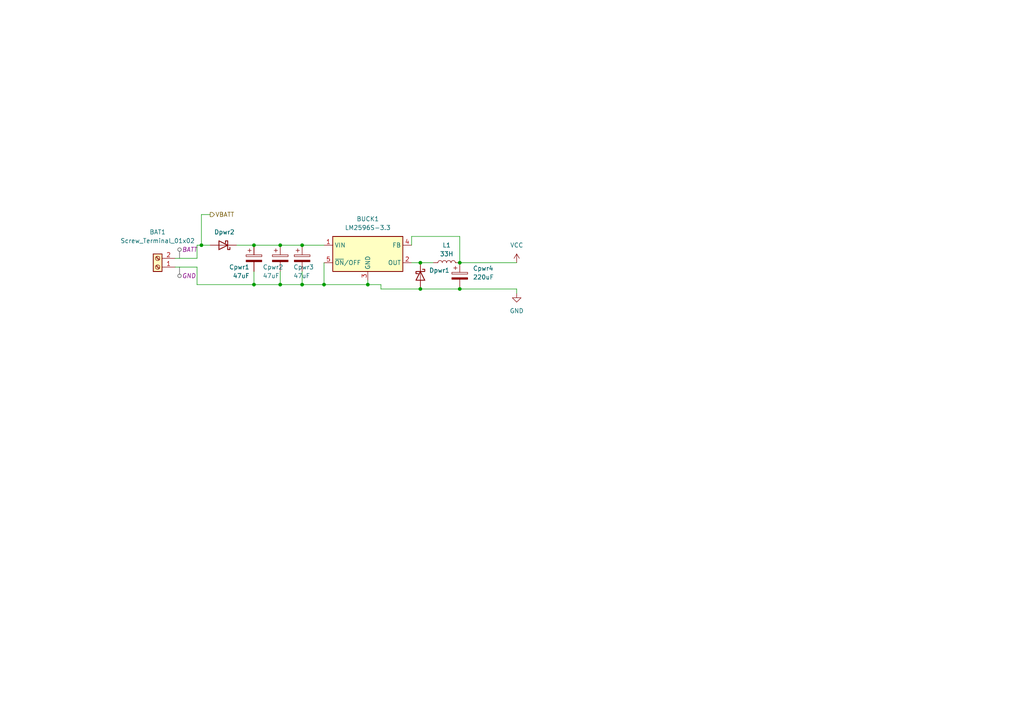
<source format=kicad_sch>
(kicad_sch (version 20230121) (generator eeschema)
  (paper "A4")
  (lib_symbols
    (symbol "Connector:Screw_Terminal_01x02" (pin_names (offset 1.016) hide)
      (property "Reference" "J" (at 0 2.54 0))
      (property "Value" "Screw_Terminal_01x02" (at 0 -5.08 0))
      (symbol "Screw_Terminal_01x02_1_1"
        (rectangle (start -1.27 1.27) (end 1.27 -3.81) (stroke (width 0.254)) (fill (type background)))
        (circle (center 0 -2.54) (radius 0.635) (stroke (width 0.1524)))
        (polyline (pts (xy -0.5334 -2.2098) (xy 0.3302 -3.048)) (stroke (width 0.1524)))
        (polyline (pts (xy -0.5334 0.3302) (xy 0.3302 -0.508)) (stroke (width 0.1524)))
        (polyline (pts (xy -0.3556 -2.032) (xy 0.508 -2.8702)) (stroke (width 0.1524)))
        (polyline (pts (xy -0.3556 0.508) (xy 0.508 -0.3302)) (stroke (width 0.1524)))
        (circle (center 0 0) (radius 0.635) (stroke (width 0.1524)))
        (pin passive line (at -5.08 0 0) (length 3.81) (name "Pin_1") (number "1"))
        (pin passive line (at -5.08 -2.54 0) (length 3.81) (name "Pin_2") (number "2"))
      )
    )
    (symbol "Device:C_Polarized" (pin_numbers hide) (pin_names (offset 0.254))
      (property "Reference" "C" (at 0.635 2.54 0))
      (property "Value" "C_Polarized" (at 0.635 -2.54 0))
      (symbol "C_Polarized_0_1"
        (rectangle (start -2.286 0.508) (end 2.286 1.016))
        (polyline (pts (xy -1.778 2.286) (xy -0.762 2.286)))
        (polyline (pts (xy -1.27 2.794) (xy -1.27 1.778)))
        (rectangle (start 2.286 -0.508) (end -2.286 -1.016) (fill (type outline)))
      )
      (symbol "C_Polarized_1_1"
        (pin passive line (at 0 3.81 270) (length 2.794) (name "~") (number "1"))
        (pin passive line (at 0 -3.81 90) (length 2.794) (name "~") (number "2"))
      )
    )
    (symbol "Device:D_Schottky" (pin_numbers hide) (pin_names (offset 1.016) hide)
      (property "Reference" "D" (at 0 2.54 0))
      (property "Value" "D_Schottky" (at 0 -2.54 0))
      (symbol "D_Schottky_0_1"
        (polyline (pts (xy 1.27 0) (xy -1.27 0)))
        (polyline (pts (xy 1.27 1.27) (xy 1.27 -1.27) (xy -1.27 0) (xy 1.27 1.27)) (stroke (width 0.254)))
        (polyline (pts (xy -1.905 0.635) (xy -1.905 1.27) (xy -1.27 1.27) (xy -1.27 -1.27) (xy -0.635 -1.27) (xy -0.635 -0.635)) (stroke (width 0.254)))
      )
      (symbol "D_Schottky_1_1"
        (pin passive line (at -3.81 0 0) (length 2.54) (name "K") (number "1"))
        (pin passive line (at 3.81 0 180) (length 2.54) (name "A") (number "2"))
      )
    )
    (symbol "Device:L" (pin_numbers hide) (pin_names (offset 1.016) hide)
      (property "Reference" "L" (at -1.27 0 90))
      (property "Value" "L" (at 1.905 0 90))
      (symbol "L_0_1"
        (arc (start 0 -2.54) (mid 0.6323 -1.905) (end 0 -1.27))
        (arc (start 0 -1.27) (mid 0.6323 -0.635) (end 0 0))
        (arc (start 0 0) (mid 0.6323 0.635) (end 0 1.27))
        (arc (start 0 1.27) (mid 0.6323 1.905) (end 0 2.54))
      )
      (symbol "L_1_1"
        (pin passive line (at 0 3.81 270) (length 1.27) (name "1") (number "1"))
        (pin passive line (at 0 -3.81 90) (length 1.27) (name "2") (number "2"))
      )
    )
    (symbol "Regulator_Switching:LM2596S-3.3"
      (property "Reference" "U" (at -10.16 6.35 0))
      (property "Value" "LM2596S-3.3" (at 0 6.35 0))
      (symbol "LM2596S-3.3_0_1"
        (rectangle (start -10.16 5.08) (end 10.16 -5.08) (stroke (width 0.254)) (fill (type background)))
      )
      (symbol "LM2596S-3.3_1_1"
        (pin power_in line (at -12.7 2.54 0) (length 2.54) (name "VIN") (number "1"))
        (pin output line (at 12.7 -2.54 180) (length 2.54) (name "OUT") (number "2"))
        (pin power_in line (at 0 -7.62 90) (length 2.54) (name "GND") (number "3"))
        (pin input line (at 12.7 2.54 180) (length 2.54) (name "FB") (number "4"))
        (pin input line (at -12.7 -2.54 0) (length 2.54) (name "~{ON}/OFF") (number "5"))
      )
    )
    (symbol "power:GND" (power) (pin_names (offset 0))
      (property "Value" "GND" (at 0 -3.81 0))
      (symbol "GND_0_1"
        (polyline (pts (xy 0 0) (xy 0 -1.27) (xy 1.27 -1.27) (xy 0 -2.54) (xy -1.27 -1.27) (xy 0 -1.27)))
      )
      (symbol "GND_1_1"
        (pin power_in line (at 0 0 270) (length 0) hide (name "GND") (number "1"))
      )
    )
    (symbol "power:VCC" (power) (pin_names (offset 0))
      (property "Value" "VCC" (at 0 3.81 0))
      (symbol "VCC_0_1"
        (polyline (pts (xy -0.762 1.27) (xy 0 2.54)))
        (polyline (pts (xy 0 0) (xy 0 2.54)))
        (polyline (pts (xy 0 2.54) (xy 0.762 1.27)))
      )
      (symbol "VCC_1_1"
        (pin power_in line (at 0 0 90) (length 0) hide (name "VCC") (number "1"))
      )
    )
  )
  (junction (at 133.35 76.2))
  (junction (at 87.63 71.12))
  (junction (at 73.66 82.55))
  (junction (at 87.63 82.55))
  (junction (at 133.35 83.82))
  (junction (at 121.92 76.2))
  (junction (at 81.28 71.12))
  (junction (at 73.66 71.12))
  (junction (at 58.42 71.12))
  (junction (at 81.28 82.55))
  (junction (at 93.98 82.55))
  (junction (at 121.92 83.82))
  (junction (at 106.68 82.55))
  (wire (pts (xy 133.35 68.58) (xy 133.35 76.2)))
  (wire (pts (xy 50.8 74.93) (xy 57.15 74.93)))
  (wire (pts (xy 57.15 71.12) (xy 58.42 71.12)))
  (wire (pts (xy 57.15 82.55) (xy 73.66 82.55)))
  (wire (pts (xy 60.96 62.23) (xy 58.42 62.23)))
  (wire (pts (xy 73.66 71.12) (xy 81.28 71.12)))
  (wire (pts (xy 57.15 71.12) (xy 57.15 74.93)))
  (wire (pts (xy 149.86 85.09) (xy 149.86 83.82)))
  (wire (pts (xy 119.38 76.2) (xy 121.92 76.2)))
  (wire (pts (xy 73.66 82.55) (xy 81.28 82.55)))
  (wire (pts (xy 58.42 62.23) (xy 58.42 71.12)))
  (wire (pts (xy 87.63 78.74) (xy 87.63 82.55)))
  (wire (pts (xy 57.15 77.47) (xy 57.15 82.55)))
  (wire (pts (xy 93.98 76.2) (xy 93.98 82.55)))
  (wire (pts (xy 106.68 81.28) (xy 106.68 82.55)))
  (wire (pts (xy 133.35 76.2) (xy 149.86 76.2)))
  (wire (pts (xy 81.28 82.55) (xy 87.63 82.55)))
  (wire (pts (xy 50.8 77.47) (xy 57.15 77.47)))
  (wire (pts (xy 68.58 71.12) (xy 73.66 71.12)))
  (wire (pts (xy 119.38 68.58) (xy 133.35 68.58)))
  (wire (pts (xy 106.68 82.55) (xy 110.49 82.55)))
  (wire (pts (xy 58.42 71.12) (xy 60.96 71.12)))
  (wire (pts (xy 87.63 82.55) (xy 93.98 82.55)))
  (wire (pts (xy 73.66 78.74) (xy 73.66 82.55)))
  (wire (pts (xy 110.49 83.82) (xy 110.49 82.55)))
  (wire (pts (xy 93.98 82.55) (xy 106.68 82.55)))
  (wire (pts (xy 87.63 71.12) (xy 93.98 71.12)))
  (wire (pts (xy 81.28 71.12) (xy 87.63 71.12)))
  (wire (pts (xy 119.38 71.12) (xy 119.38 68.58)))
  (wire (pts (xy 121.92 83.82) (xy 110.49 83.82)))
  (wire (pts (xy 81.28 78.74) (xy 81.28 82.55)))
  (wire (pts (xy 133.35 83.82) (xy 149.86 83.82)))
  (wire (pts (xy 121.92 76.2) (xy 125.73 76.2)))
  (wire (pts (xy 121.92 83.82) (xy 133.35 83.82)))
  (hierarchical_label "VBATT" (shape output) (at 60.96 62.23 0))
  (netclass_flag "" (length 2.54) (shape round) (at 52.07 77.47 180) (property "Netclass" "GND" (at 52.7685 80.01 0) (effects (font italic) (justify left))))
  (netclass_flag "" (length 2.54) (shape round) (at 52.07 74.93 0) (property "Netclass" "BATT" (at 52.7685 72.39 0) (effects (font italic) (justify left))))
  (symbol (lib_id "Device:C_Polarized") (at 133.35 80.01 0) (unit 1)
    (property "Reference" "Cpwr4" (at 137.16 77.851 0) (effects (justify left)))
    (property "Value" "220uF" (at 137.16 80.391 0) (effects (justify left)))
    (property "Footprint" "Capacitor_Tantalum_SMD:CP_EIA-3528-21_Kemet-B_Pad1.50x2.35mm_HandSolder" (effects hide))
  )
  (symbol (lib_id "Device:D_Schottky") (at 64.77 71.12 180) (unit 1)
    (property "Reference" "Dpwr2" (at 65.0875 67.31 0))
    (property "Value" "D_Schottky" (effects hide))
    (property "Footprint" "Diode_SMD:D_SMA_Handsoldering" (effects hide))
  )
  (symbol (lib_id "Device:D_Schottky") (at 121.92 80.01 270) (unit 1)
    (property "Reference" "Dpwr1" (at 124.46 78.4225 90) (effects (justify left)))
    (property "Value" "D_Schottky" (effects hide))
    (property "Footprint" "Diode_SMD:D_SMA_Handsoldering" (effects hide))
  )
  (symbol (lib_id "power:GND") (at 149.86 85.09 0) (unit 1)
    (property "Reference" "#PWR03" (effects hide))
    (property "Value" "GND" (at 149.86 90.17 0))
  )
  (symbol (lib_id "Regulator_Switching:LM2596S-3.3") (at 106.68 73.66 0) (unit 1)
    (property "Reference" "BUCK1" (at 106.68 63.5 0))
    (property "Value" "LM2596S-3.3" (at 106.68 66.04 0))
    (property "Footprint" "Package_TO_SOT_SMD:TO-263-5_TabPin3" (effects hide))
    (property "Datasheet" "http://www.ti.com/lit/ds/symlink/lm2596.pdf" (effects hide))
  )
  (symbol (lib_id "Device:C_Polarized") (at 73.66 74.93 0) (unit 1)
    (property "Reference" "Cpwr1" (at 72.39 77.47 0) (effects (justify right)))
    (property "Value" "47uF" (at 72.39 80.01 0) (effects (justify right)))
    (property "Footprint" "Capacitor_SMD:C_1210_3225Metric_Pad1.33x2.70mm_HandSolder" (effects hide))
  )
  (symbol (lib_id "Connector:Screw_Terminal_01x02") (at 45.72 77.47 180) (unit 1)
    (property "Reference" "BAT1" (at 45.72 67.31 0))
    (property "Value" "Screw_Terminal_01x02" (at 45.72 69.85 0))
    (property "Footprint" "TerminalBlock_4Ucon:TerminalBlock_4Ucon_1x02_P3.50mm_Horizontal" (effects hide))
  )
  (symbol (lib_id "Device:C_Polarized") (at 87.63 74.93 0) (unit 1)
    (property "Reference" "Cpwr3" (at 85.09 77.47 0) (effects (justify left)))
    (property "Value" "47uF" (at 85.09 80.01 0) (effects (justify left)))
    (property "Footprint" "Capacitor_SMD:C_1210_3225Metric_Pad1.33x2.70mm_HandSolder" (effects hide))
  )
  (symbol (lib_id "Device:C_Polarized") (at 81.28 74.93 0) (unit 1)
    (property "Reference" "Cpwr2" (at 76.2 77.47 0) (effects (justify left)))
    (property "Value" "47uF" (at 76.2 80.01 0) (effects (justify left)))
    (property "Footprint" "Capacitor_SMD:C_1210_3225Metric_Pad1.33x2.70mm_HandSolder" (effects hide))
  )
  (symbol (lib_id "Device:L") (at 129.54 76.2 90) (unit 1)
    (property "Reference" "L1" (at 129.54 71.12 90))
    (property "Value" "33H" (at 129.54 73.66 90))
    (property "Footprint" "Inductor_SMD:L_1210_3225Metric_Pad1.42x2.65mm_HandSolder" (effects hide))
  )
  (symbol (lib_id "power:VCC") (at 149.86 76.2 0) (unit 1)
    (property "Reference" "#PWR02" (effects hide))
    (property "Value" "VCC" (at 149.86 71.12 0))
  )
)
</source>
